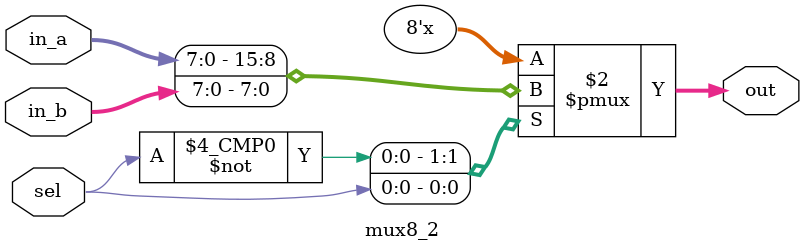
<source format=v>
module mux8_2(in_a, in_b, sel, out);

	input [7:0] in_a, in_b;
	input sel;
	output reg [7:0] out;

always @(sel)
  begin
        case (sel)
        1'b0 : out = in_a;
        1'b1 : out = in_b;
	   default out = 8'b00000000;
        endcase
  end

endmodule
</source>
